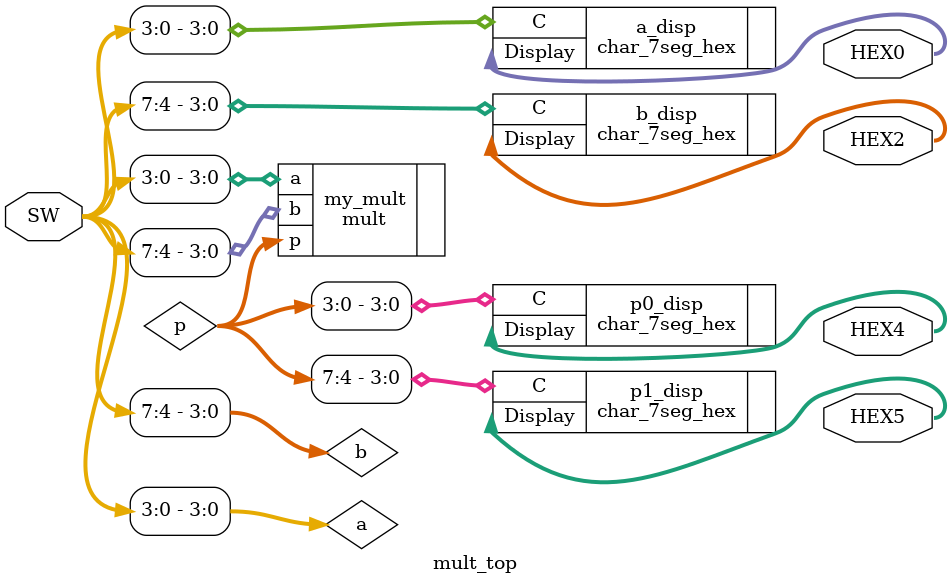
<source format=v>
module mult_top(SW, HEX0, HEX2, HEX4, HEX5);

    input [7:0] SW;
    output [6:0] HEX0, HEX2, HEX4, HEX5;

    wire [3:0] a, b;
    wire [7:0] p;

    mult my_mult(.a(a), .b(b), .p(p));

    /* Display */
    char_7seg_hex a_disp (.C(a), .Display(HEX0));
    char_7seg_hex b_disp (.C(b), .Display(HEX2));
    char_7seg_hex p0_disp (.C(p[3:0]), .Display(HEX4));
    char_7seg_hex p1_disp(.C(p[7:4]), .Display(HEX5));

    assign a = SW[3:0]; assign b = SW[7:4];

endmodule

</source>
